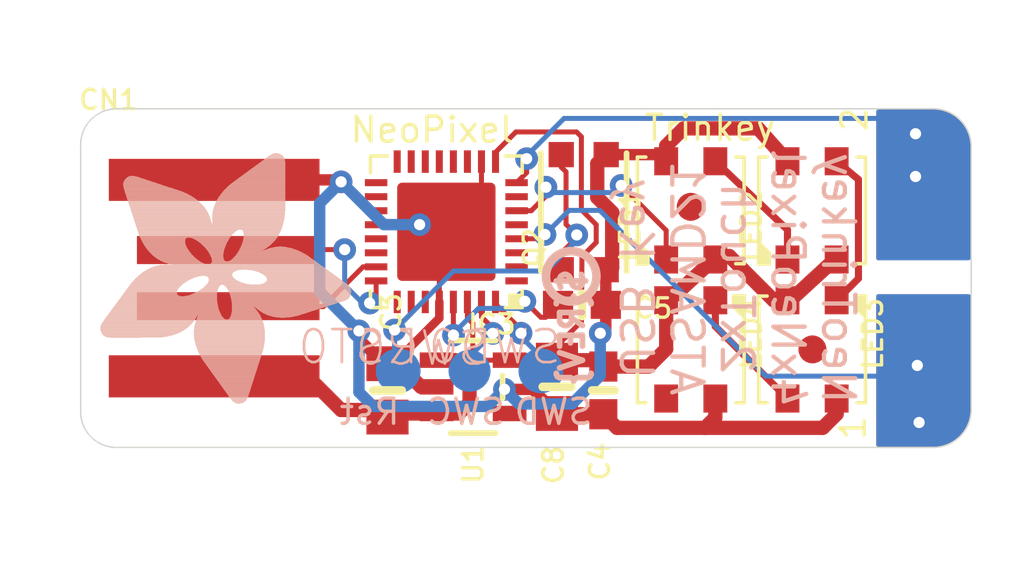
<source format=kicad_pcb>
(kicad_pcb (version 20221018) (generator pcbnew)
  (layers (0 "F.Cu" signal) (31 "B.Cu" signal) (34 "B.Paste" user) (35 "F.Paste" user) (36 "B.SilkS" user "B.Silkscreen") (37 "F.SilkS" user "F.Silkscreen") (38 "B.Mask" user) (39 "F.Mask" user) (44 "Edge.Cuts" user))
  (net 0 "")
  (net 1 "GND")
  (net 2 "D-")
  (net 3 "D+")
  (net 4 "VBUS")
  (net 5 "~{RESET}")
  (net 6 "3.3V")
  (net 7 "SWCLK")
  (net 8 "SWDIO")
  (net 9 "VDDCORE1")
  (net 10 "TOUCH1")
  (net 11 "TOUCH2")
  (net 12 "NEOPIX")
  (net 13 "N$1")
  (net 14 "N$2")
  (net 15 "N$3")
  (footprint "working:LED3535" (layer "F.Cu") (at 158.6866 107.543644 -90)
    (fp_text reference "LED3" (at -1.905 -2.159 90) (layer "F.SilkS") (effects (font (size 0.692831 0.692831) (thickness 0.119969)) (justify right)))
    (fp_text value "WS2812B3535")
    (pad "1" smd rect (at -1.75 -0.875) (size 0.85 1) (layers "F.Cu" "F.Paste" "F.Mask") (net 14 "N$2"))
    (pad "2" smd rect (at -1.75 0.875) (size 0.85 1) (layers "F.Cu" "F.Paste" "F.Mask") (net 6 "3.3V"))
    (pad "3" smd rect (at 1.75 0.875) (size 0.85 1) (layers "F.Cu" "F.Paste" "F.Mask") (net 15 "N$3"))
    (pad "4" smd rect (at 1.75 -0.875) (size 0.85 1) (layers "F.Cu" "F.Paste" "F.Mask") (net 1 "GND"))
  )
  (footprint "working:0603-NO" (layer "F.Cu") (at 150.4951 105.956144)
    (fp_text reference "C5" (at 1.778 0.127) (layer "F.SilkS") (effects (font (size 0.692831 0.692831) (thickness 0.119969)) (justify left)))
    (fp_text value "1uF")
    (pad "1" smd rect (at -0.85 0) (size 1.075 1) (layers "F.Cu" "F.Paste" "F.Mask") (net 9 "VDDCORE1"))
    (pad "2" smd rect (at 0.85 0) (size 1.075 1) (layers "F.Cu" "F.Paste" "F.Mask") (net 1 "GND"))
  )
  (footprint "working:SOT23-5" (layer "F.Cu") (at 146.6216 108.877144 -90)
    (fp_text reference "U1" (at 1.978 0 90) (layer "F.SilkS") (effects (font (size 0.692831 0.692831) (thickness 0.119969)) (justify right)))
    (fp_text value "AP2112K-3.3")
    (pad "1" smd rect (at -0.95 1.3001 270) (size 0.55 1.2) (layers "F.Cu" "F.Paste" "F.Mask") (net 4 "VBUS"))
    (pad "2" smd rect (at 0 1.3001 270) (size 0.55 1.2) (layers "F.Cu" "F.Paste" "F.Mask") (net 1 "GND"))
    (pad "3" smd rect (at 0.95 1.3001 270) (size 0.55 1.2) (layers "F.Cu" "F.Paste" "F.Mask") (net 4 "VBUS"))
    (pad "4" smd rect (at 0.95 -1.3001 270) (size 0.55 1.2) (layers "F.Cu" "F.Paste" "F.Mask"))
    (pad "5" smd rect (at -0.95 -1.3001 270) (size 0.55 1.2) (layers "F.Cu" "F.Paste" "F.Mask") (net 6 "3.3V"))
  )
  (footprint "working:0603-NO" (layer "F.Cu") (at 151.2571 109.004144 -90)
    (fp_text reference "C4" (at 1.778 0.127 90) (layer "F.SilkS") (effects (font (size 0.692831 0.692831) (thickness 0.119969)) (justify right)))
    (fp_text value "1uF")
    (pad "1" smd rect (at -0.85 0 270) (size 1.075 1) (layers "F.Cu" "F.Paste" "F.Mask") (net 6 "3.3V"))
    (pad "2" smd rect (at 0.85 0 270) (size 1.075 1) (layers "F.Cu" "F.Paste" "F.Mask") (net 1 "GND"))
  )
  (footprint "working:FIDUCIAL_1MM" (layer "F.Cu") (at 154.3686 102.463644)
    (fp_text reference "FID1" hide)
    (fp_text value "FIDUCIAL_1MM" hide)
    (pad "1" smd roundrect (at 0 0) (size 1 1) (layers "F.Cu" "F.Mask") (roundrect_rratio 0.5))
  )
  (footprint "working:LED3535" (layer "F.Cu") (at 158.6866 102.590644 90)
    (fp_text reference "LED2" (at -1.905 -2.159 90) (layer "F.SilkS") (effects (font (size 0.692831 0.692831) (thickness 0.119969)) (justify left)))
    (fp_text value "WS2812B3535")
    (pad "1" smd rect (at -1.75 -0.875 180) (size 0.85 1) (layers "F.Cu" "F.Paste" "F.Mask") (net 13 "N$1"))
    (pad "2" smd rect (at -1.75 0.875 180) (size 0.85 1) (layers "F.Cu" "F.Paste" "F.Mask") (net 6 "3.3V"))
    (pad "3" smd rect (at 1.75 0.875 180) (size 0.85 1) (layers "F.Cu" "F.Paste" "F.Mask") (net 14 "N$2"))
    (pad "4" smd rect (at 1.75 -0.875 180) (size 0.85 1) (layers "F.Cu" "F.Paste" "F.Mask") (net 1 "GND"))
  )
  (footprint "working:BTN_KMR2_4.6X2.8" (layer "F.Cu") (at 150.5586 102.654144 90)
    (fp_text reference "Q2" (at -2.032 -1.778 90) (layer "F.SilkS") (effects (font (size 0.692831 0.692831) (thickness 0.119969)) (justify left)))
    (fp_text value "reset")
    (pad "A" smd rect (at 2.05 -0.8 90) (size 0.9 0.9) (layers "F.Cu" "F.Paste" "F.Mask") (net 5 "~{RESET}"))
    (pad "A'" smd rect (at -2.05 -0.8 90) (size 0.9 0.9) (layers "F.Cu" "F.Paste" "F.Mask") (net 5 "~{RESET}"))
    (pad "B" smd rect (at 2.05 0.8 90) (size 0.9 0.9) (layers "F.Cu" "F.Paste" "F.Mask") (net 1 "GND"))
    (pad "B'" smd rect (at -2.05 0.8 90) (size 0.9 0.9) (layers "F.Cu" "F.Paste" "F.Mask") (net 1 "GND"))
  )
  (footprint "working:0805-NO" (layer "F.Cu") (at 149.6061 108.877144 -90)
    (fp_text reference "C8" (at 2.032 0.127 90) (layer "F.SilkS") (effects (font (size 0.692831 0.692831) (thickness 0.119969)) (justify right)))
    (fp_text value "10uF")
    (pad "1" smd rect (at -0.95 0 270) (size 1.24 1.5) (layers "F.Cu" "F.Paste" "F.Mask") (net 6 "3.3V"))
    (pad "2" smd rect (at 0.95 0 270) (size 1.24 1.5) (layers "F.Cu" "F.Paste" "F.Mask") (net 1 "GND"))
  )
  (footprint "working:FIDUCIAL_1MM" (layer "F.Cu") (at 158.6993 107.543644)
    (fp_text reference "FID2" hide)
    (fp_text value "FIDUCIAL_1MM" hide)
    (pad "1" smd roundrect (at 0 0) (size 1 1) (layers "F.Cu" "F.Mask") (roundrect_rratio 0.5))
  )
  (footprint "working:LED3535" (layer "F.Cu") (at 154.3686 102.590644 90)
    (fp_text reference "LED1" (at -1.905 -2.159 90) (layer "F.SilkS") (effects (font (size 0.692831 0.692831) (thickness 0.119969)) (justify left)))
    (fp_text value "WS2812B3535")
    (pad "1" smd rect (at -1.75 -0.875 180) (size 0.85 1) (layers "F.Cu" "F.Paste" "F.Mask") (net 12 "NEOPIX"))
    (pad "2" smd rect (at -1.75 0.875 180) (size 0.85 1) (layers "F.Cu" "F.Paste" "F.Mask") (net 6 "3.3V"))
    (pad "3" smd rect (at 1.75 0.875 180) (size 0.85 1) (layers "F.Cu" "F.Paste" "F.Mask") (net 13 "N$1"))
    (pad "4" smd rect (at 1.75 -0.875 180) (size 0.85 1) (layers "F.Cu" "F.Paste" "F.Mask") (net 1 "GND"))
  )
  (footprint "working:0805-NO" (layer "F.Cu") (at 143.5736 109.004144 90)
    (fp_text reference "C3" (at 2.032 0.127 90) (layer "F.SilkS") (effects (font (size 0.692831 0.692831) (thickness 0.119969)) (justify left)))
    (fp_text value "10uF")
    (pad "1" smd rect (at -0.95 0 90) (size 1.24 1.5) (layers "F.Cu" "F.Paste" "F.Mask") (net 4 "VBUS"))
    (pad "2" smd rect (at 0.95 0 90) (size 1.24 1.5) (layers "F.Cu" "F.Paste" "F.Mask") (net 1 "GND"))
  )
  (footprint "working:QFN32_5MM" (layer "F.Cu") (at 145.6691 103.352644 180)
    (fp_text reference "IC3" (at -2.54 -3.298) (layer "F.SilkS") (effects (font (size 0.692831 0.692831) (thickness 0.119969)) (justify right)))
    (fp_text value "ATSAMD21E")
    (pad "1" smd rect (at -2.5 -1.75 270) (size 0.25 0.8) (layers "F.Cu" "F.Paste"))
    (pad "2" smd rect (at -2.5 -1.25 270) (size 0.25 0.8) (layers "F.Cu" "F.Paste"))
    (pad "3" smd rect (at -2.5 -0.75 270) (size 0.25 0.8) (layers "F.Cu" "F.Paste"))
    (pad "4" smd rect (at -2.5 -0.25 270) (size 0.25 0.8) (layers "F.Cu" "F.Paste") (net 10 "TOUCH1"))
    (pad "5" smd rect (at -2.5 0.25 270) (size 0.25 0.8) (layers "F.Cu" "F.Paste"))
    (pad "6" smd rect (at -2.5 0.75 270) (size 0.25 0.8) (layers "F.Cu" "F.Paste") (net 12 "NEOPIX"))
    (pad "7" smd rect (at -2.5 1.25 270) (size 0.25 0.8) (layers "F.Cu" "F.Paste"))
    (pad "8" smd rect (at -2.5 1.75 270) (size 0.25 0.8) (layers "F.Cu" "F.Paste") (net 11 "TOUCH2"))
    (pad "9" smd rect (at -1.75 2.5) (size 0.25 0.8) (layers "F.Cu" "F.Paste") (net 6 "3.3V"))
    (pad "10" smd rect (at -1.25 2.5) (size 0.25 0.8) (layers "F.Cu" "F.Paste") (net 1 "GND"))
    (pad "11" smd rect (at -0.75 2.5) (size 0.25 0.8) (layers "F.Cu" "F.Paste"))
    (pad "12" smd rect (at -0.25 2.5) (size 0.25 0.8) (layers "F.Cu" "F.Paste"))
    (pad "13" smd rect (at 0.25 2.5) (size 0.25 0.8) (layers "F.Cu" "F.Paste"))
    (pad "14" smd rect (at 0.75 2.5) (size 0.25 0.8) (layers "F.Cu" "F.Paste"))
    (pad "15" smd rect (at 1.25 2.5) (size 0.25 0.8) (layers "F.Cu" "F.Paste"))
    (pad "16" smd rect (at 1.75 2.5) (size 0.25 0.8) (layers "F.Cu" "F.Paste"))
    (pad "17" smd rect (at 2.5 1.75 90) (size 0.25 0.8) (layers "F.Cu" "F.Paste"))
    (pad "18" smd rect (at 2.5 1.25 90) (size 0.25 0.8) (layers "F.Cu" "F.Paste"))
    (pad "19" smd rect (at 2.5 0.75 90) (size 0.25 0.8) (layers "F.Cu" "F.Paste"))
    (pad "20" smd rect (at 2.5 0.25 90) (size 0.25 0.8) (layers "F.Cu" "F.Paste"))
    (pad "21" smd rect (at 2.5 -0.25 90) (size 0.25 0.8) (layers "F.Cu" "F.Paste"))
    (pad "22" smd rect (at 2.5 -0.75 90) (size 0.25 0.8) (layers "F.Cu" "F.Paste"))
    (pad "23" smd rect (at 2.5 -1.25 90) (size 0.25 0.8) (layers "F.Cu" "F.Paste") (net 2 "D-"))
    (pad "24" smd rect (at 2.5 -1.75 90) (size 0.25 0.8) (layers "F.Cu" "F.Paste") (net 3 "D+"))
    (pad "25" smd rect (at 1.75 -2.5 180) (size 0.25 0.8) (layers "F.Cu" "F.Paste"))
    (pad "26" smd rect (at 1.25 -2.5 180) (size 0.25 0.8) (layers "F.Cu" "F.Paste") (net 5 "~{RESET}"))
    (pad "27" smd rect (at 0.75 -2.5 180) (size 0.25 0.8) (layers "F.Cu" "F.Paste"))
    (pad "28" smd rect (at 0.25 -2.5 180) (size 0.25 0.8) (layers "F.Cu" "F.Paste") (net 1 "GND"))
    (pad "29" smd rect (at -0.25 -2.5 180) (size 0.25 0.8) (layers "F.Cu" "F.Paste") (net 9 "VDDCORE1"))
    (pad "30" smd rect (at -0.75 -2.5 180) (size 0.25 0.8) (layers "F.Cu" "F.Paste") (net 6 "3.3V"))
    (pad "31" smd rect (at -1.25 -2.5 180) (size 0.25 0.8) (layers "F.Cu" "F.Paste") (net 7 "SWCLK"))
    (pad "32" smd rect (at -1.75 -2.5 180) (size 0.25 0.8) (layers "F.Cu" "F.Paste") (net 8 "SWDIO"))
    (pad "33" smd roundrect (at 0 0 180) (size 3.5 3.5) (layers "F.Cu" "F.Mask") (roundrect_rratio 0.05) (net 1 "GND"))
  )
  (footprint "working:USBA_PCB" (layer "F.Cu") (at 137.6046 105.003644)
    (fp_text reference "CN1" (at -5.08 -6.35) (layer "F.SilkS") (effects (font (size 0.692831 0.692831) (thickness 0.119969)) (justify left)))
    (fp_text value "")
    (pad "GND" smd rect (at -0.2 -3.5) (size 7.5 1.5) (layers "F.Cu" "F.Mask") (net 1 "GND"))
    (pad "USB_NEG" smd rect (at 0.3 1) (size 6.5 1) (layers "F.Cu" "F.Mask") (net 2 "D-"))
    (pad "USB_PLUS" smd rect (at 0.3 -1) (size 6.5 1) (layers "F.Cu" "F.Mask") (net 3 "D+"))
    (pad "VCC" smd rect (at -0.2 3.5) (size 7.5 1.5) (layers "F.Cu" "F.Mask") (net 4 "VBUS"))
  )
  (footprint "working:LED3535" (layer "F.Cu") (at 154.3686 107.543644 -90)
    (fp_text reference "LED4" (at -1.905 -2.159 90) (layer "F.SilkS") (effects (font (size 0.692831 0.692831) (thickness 0.119969)) (justify right)))
    (fp_text value "WS2812B3535")
    (pad "1" smd rect (at -1.75 -0.875) (size 0.85 1) (layers "F.Cu" "F.Paste" "F.Mask") (net 15 "N$3"))
    (pad "2" smd rect (at -1.75 0.875) (size 0.85 1) (layers "F.Cu" "F.Paste" "F.Mask") (net 6 "3.3V"))
    (pad "3" smd rect (at 1.75 0.875) (size 0.85 1) (layers "F.Cu" "F.Paste" "F.Mask"))
    (pad "4" smd rect (at 1.75 -0.875) (size 0.85 1) (layers "F.Cu" "F.Paste" "F.Mask") (net 1 "GND"))
  )
  (footprint "working:PCBFEAT-REV-040" (layer "B.Cu") (at 150.1141 104.940144 -90)
    (fp_text reference "U$8" hide)
    (fp_text value "" hide)
    (fp_text user "${REV}" (at -0.3556 -0.508 90) (layer "B.SilkS") (effects (font (size 0.8128 0.8128) (thickness 0.2032)) (justify left bottom mirror)))
  )
  (footprint "working:ADAFRUIT_9MM" (layer "B.Cu") (at 133.3501 100.558644)
    (fp_text reference "U$10" hide)
    (fp_text value "" hide)
  )
  (footprint "working:TP16R" (layer "B.Cu") (at 143.9546 108.305644 180)
    (fp_text reference "RST0" (at -0.8001 0.8499) (layer "B.SilkS") (effects (font (size 1.176528 1.176528) (thickness 0.093472)) (justify left mirror)))
    (fp_text value "TPTP16R")
    (pad "TP" smd roundrect (at 0 0 180) (size 1.6 1.6) (layers "B.Cu" "B.Mask") (roundrect_rratio 0.5) (net 5 "~{RESET}"))
  )
  (footprint "working:TP15R" (layer "B.Cu") (at 146.4946 108.305644 180)
    (fp_text reference "SWC0" (at -0.7501 0.8001) (layer "B.SilkS") (effects (font (size 1.176528 1.176528) (thickness 0.093472)) (justify left mirror)))
    (fp_text value "TPTP15R")
    (pad "TP" smd roundrect (at 0 0 180) (size 1.5 1.5) (layers "B.Cu" "B.Mask") (roundrect_rratio 0.5) (net 7 "SWCLK"))
  )
  (footprint "working:TP16R" (layer "B.Cu") (at 149.0346 108.305644 180)
    (fp_text reference "SWD0" (at -0.8001 0.8499) (layer "B.SilkS") (effects (font (size 1.176528 1.176528) (thickness 0.093472)) (justify left mirror)))
    (fp_text value "TPTP16R")
    (pad "TP" smd roundrect (at 0 0 180) (size 1.6 1.6) (layers "B.Cu" "B.Mask") (roundrect_rratio 0.5) (net 8 "SWDIO"))
  )
  (gr_line (start 133.9516 98.971144) (end 163.000518 98.971144) (stroke (width 0.05)) (layer "Edge.Cuts"))
  (gr_arc (start 163.000518 98.971144) (mid 163.95517 99.366574) (end 164.3506 100.321226) (stroke (width 0.05)) (layer "Edge.Cuts"))
  (gr_line (start 132.6516 109.766144) (end 132.6516 100.241144) (stroke (width 0.05)) (layer "Edge.Cuts"))
  (gr_arc (start 164.3506 109.686144) (mid 163.955194 110.640738) (end 163.0006 111.036144) (stroke (width 0.05)) (layer "Edge.Cuts"))
  (gr_line (start 164.3506 100.321226) (end 164.3506 109.686144) (stroke (width 0.05)) (layer "Edge.Cuts"))
  (gr_line (start 163.0006 111.036144) (end 133.9216 111.036144) (stroke (width 0.05)) (layer "Edge.Cuts"))
  (gr_arc (start 132.6516 100.241144) (mid 133.038574 99.336905) (end 133.9516 98.971144) (stroke (width 0.05)) (layer "Edge.Cuts"))
  (gr_arc (start 133.9216 111.036144) (mid 133.023574 110.66417) (end 132.6516 109.766144) (stroke (width 0.05)) (layer "Edge.Cuts"))
  (gr_text "SWD" (at 149.4791 109.766144) (layer "B.SilkS") (effects (font (size 0.89408 0.89408) (thickness 0.12192)) (justify mirror)))
  (gr_text "NeoTrinkey\n4xNeoPixel\n2xTouch\nATSAMD21\nUSB Key" (at 156.0196 105.003644 -90) (layer "B.SilkS") (effects (font (size 1.1176 1.1176) (thickness 0.1524)) (justify mirror)))
  (gr_text "SWC" (at 146.3676 109.766144) (layer "B.SilkS") (effects (font (size 0.89408 0.89408) (thickness 0.12192)) (justify mirror)))
  (gr_text "Rst" (at 142.9386 109.766144) (layer "B.SilkS") (effects (font (size 0.89408 0.89408) (thickness 0.12192)) (justify mirror)))
  (gr_text "2" (at 160.7186 99.860144 90) (layer "F.SilkS") (effects (font (size 0.89408 0.89408) (thickness 0.12192)) (justify left bottom)))
  (gr_text "NeoPixel" (at 142.1766 100.241144) (layer "F.SilkS") (effects (font (size 0.89408 0.89408) (thickness 0.12192)) (justify left bottom)))
  (gr_text "1" (at 160.6551 110.845644 90) (layer "F.SilkS") (effects (font (size 0.89408 0.89408) (thickness 0.12192)) (justify left bottom)))
  (gr_text "Trinkey" (at 152.6541 100.177644) (layer "F.SilkS") (effects (font (size 0.89408 0.89408) (thickness 0.12192)) (justify left bottom)))
  (segment (start 151.2571 109.854144) (end 151.7406 110.337644) (width 0.508) (layer "F.Cu") (net 1))
  (segment (start 143.794281 108.054144) (end 143.5736 108.054144) (width 0.3048) (layer "F.Cu") (net 1))
  (segment (start 151.3451 105.956144) (end 151.3451 106.771494) (width 0.4064) (layer "F.Cu") (net 1))
  (segment (start 145.4191 103.602644) (end 145.6691 103.352644) (width 0.1778) (layer "F.Cu") (net 1))
  (segment (start 153.4936 100.840644) (end 153.2571 100.604144) (width 0.4064) (layer "F.Cu") (net 1))
  (segment (start 151.5713 102.662588) (end 151.5713 104.636198) (width 0.508) (layer "F.Cu") (net 1))
  (segment (start 149.6061 109.827144) (end 149.6331 109.854144) (width 0.508) (layer "F.Cu") (net 1))
  (segment (start 144.767181 108.877144) (end 143.944181 108.054144) (width 0.508) (layer "F.Cu") (net 1))
  (segment (start 156.7676 99.669644) (end 157.8116 100.840644) (width 0.508) (layer "F.Cu") (net 1))
  (segment (start 143.436181 108.054144) (end 142.5576 107.175562) (width 0.4064) (layer "F.Cu") (net 1))
  (segment (start 148.745878 108.966922) (end 147.738321 108.966922) (width 0.4064) (layer "F.Cu") (net 1))
  (segment (start 137.4046 101.503644) (end 141.8516 101.503644) (width 0.4064) (layer "F.Cu") (net 1))
  (segment (start 145.4191 106.429325) (end 143.794281 108.054144) (width 0.3048) (layer "F.Cu") (net 1))
  (segment (start 145.4191 105.852644) (end 145.4191 103.602644) (width 0.1778) (layer "F.Cu") (net 1))
  (segment (start 151.7406 110.337644) (end 154.8766 110.337644) (width 0.508) (layer "F.Cu") (net 1))
  (segment (start 149.6061 109.827144) (end 148.745878 108.966922) (width 0.4064) (layer "F.Cu") (net 1))
  (segment (start 154.8766 110.337644) (end 155.2436 109.970644) (width 0.508) (layer "F.Cu") (net 1))
  (segment (start 151.3451 105.956144) (end 151.3451 104.717644) (width 0.4064) (layer "F.Cu") (net 1))
  (segment (start 159.5616 109.293644) (end 159.5616 109.843644) (width 0.508) (layer "F.Cu") (net 1))
  (segment (start 141.8516 101.503644) (end 141.9226 101.574644) (width 0.1778) (layer "F.Cu") (net 1))
  (segment (start 151.503353 104.704144) (end 151.5713 104.636198) (width 0.508) (layer "F.Cu") (net 1))
  (segment (start 151.0411 100.921644) (end 151.0411 102.132388) (width 0.508) (layer "F.Cu") (net 1))
  (segment (start 146.9191 102.102644) (end 145.6691 103.352644) (width 0.1778) (layer "F.Cu") (net 1))
  (segment (start 151.3586 100.604144) (end 151.0411 100.921644) (width 0.508) (layer "F.Cu") (net 1))
  (segment (start 142.5576 106.883244) (end 142.5576 107.175562) (width 0.4064) (layer "F.Cu") (net 1))
  (segment (start 155.2436 109.970644) (end 155.2436 109.293644) (width 0.508) (layer "F.Cu") (net 1))
  (segment (start 151.3451 106.771494) (end 151.14765 106.968944) (width 0.4064) (layer "F.Cu") (net 1))
  (segment (start 153.4936 100.290644) (end 154.1146 99.669644) (width 0.508) (layer "F.Cu") (net 1))
  (segment (start 159.5616 109.843644) (end 159.0676 110.337644) (width 0.508) (layer "F.Cu") (net 1))
  (segment (start 146.9191 100.852644) (end 146.9191 102.102644) (width 0.1778) (layer "F.Cu") (net 1))
  (segment (start 151.3586 100.604144) (end 153.2571 100.604144) (width 0.4064) (layer "F.Cu") (net 1))
  (segment (start 145.4191 105.852644) (end 145.4191 106.429325) (width 0.3048) (layer "F.Cu") (net 1))
  (segment (start 145.6691 103.352644) (end 144.9706 103.352644) (width 0.1778) (layer "F.Cu") (net 1))
  (segment (start 151.3451 104.717644) (end 151.3586 104.704144) (width 0.4064) (layer "F.Cu") (net 1))
  (segment (start 143.944181 108.054144) (end 143.5736 108.054144) (width 0.508) (layer "F.Cu") (net 1))
  (segment (start 143.5736 108.054144) (end 143.436181 108.054144) (width 0.4064) (layer "F.Cu") (net 1))
  (segment (start 151.3586 104.704144) (end 151.503353 104.704144) (width 0.508) (layer "F.Cu") (net 1))
  (segment (start 159.0676 110.337644) (end 154.8766 110.337644) (width 0.508) (layer "F.Cu") (net 1))
  (segment (start 153.4936 100.840644) (end 153.4936 100.290644) (width 0.508) (layer "F.Cu") (net 1))
  (segment (start 151.2571 109.854144) (end 149.6331 109.854144) (width 0.508) (layer "F.Cu") (net 1))
  (segment (start 145.3215 108.877144) (end 144.767181 108.877144) (width 0.508) (layer "F.Cu") (net 1))
  (segment (start 144.9706 103.352644) (end 144.7166 103.098644) (width 0.1778) (layer "F.Cu") (net 1))
  (segment (start 154.1146 99.669644) (end 156.7676 99.669644) (width 0.508) (layer "F.Cu") (net 1))
  (segment (start 151.5713 102.662588) (end 151.0411 102.132388) (width 0.508) (layer "F.Cu") (net 1))
  (via (at 141.9226 101.574644) (size 0.8064) (drill 0.4) (layers "F.Cu" "B.Cu") (net 1))
  (via (at 144.7166 103.098644) (size 0.8064) (drill 0.4) (layers "F.Cu" "B.Cu") (net 1))
  (via (at 151.14765 106.968944) (size 0.8064) (drill 0.4) (layers "F.Cu" "B.Cu") (net 1))
  (via (at 147.738321 108.966922) (size 0.8064) (drill 0.4) (layers "F.Cu" "B.Cu") (net 1))
  (via (at 142.5576 106.883244) (size 0.8064) (drill 0.4) (layers "F.Cu" "B.Cu") (net 1))
  (segment (start 143.0656 109.575644) (end 142.5576 109.067644) (width 0.4064) (layer "B.Cu") (net 1))
  (segment (start 150.1396 109.486644) (end 148.258043 109.486644) (width 0.4064) (layer "B.Cu") (net 1))
  (segment (start 147.738321 108.966922) (end 147.1296 109.575644) (width 0.4064) (layer "B.Cu") (net 1))
  (segment (start 142.6846 106.756244) (end 142.5576 106.883244) (width 0.4064) (layer "B.Cu") (net 1))
  (segment (start 141.1606 102.336644) (end 141.1606 105.486244) (width 0.4064) (layer "B.Cu") (net 1))
  (segment (start 148.258043 109.486644) (end 147.738321 108.966922) (width 0.4064) (layer "B.Cu") (net 1))
  (segment (start 147.1296 109.575644) (end 143.0656 109.575644) (width 0.4064) (layer "B.Cu") (net 1))
  (segment (start 151.14765 108.478594) (end 150.1396 109.486644) (width 0.4064) (layer "B.Cu") (net 1))
  (segment (start 151.14765 106.968944) (end 151.14765 108.478594) (width 0.4064) (layer "B.Cu") (net 1))
  (segment (start 142.5576 109.067644) (end 142.5576 106.883244) (width 0.4064) (layer "B.Cu") (net 1))
  (segment (start 141.9226 101.574644) (end 141.1606 102.336644) (width 0.4064) (layer "B.Cu") (net 1))
  (segment (start 142.4306 106.756244) (end 141.1606 105.486244) (width 0.4064) (layer "B.Cu") (net 1))
  (segment (start 144.7166 103.098644) (end 143.4466 103.098644) (width 0.4064) (layer "B.Cu") (net 1))
  (segment (start 142.6846 106.756244) (end 142.4306 106.756244) (width 0.4064) (layer "B.Cu") (net 1))
  (segment (start 143.4466 103.098644) (end 141.9226 101.574644) (width 0.4064) (layer "B.Cu") (net 1))
  (segment (start 143.1691 104.602644) (end 142.7046 104.602644) (width 0.1778) (layer "F.Cu") (net 2))
  (segment (start 141.2876 106.019644) (end 137.9206 106.019644) (width 0.1778) (layer "F.Cu") (net 2))
  (segment (start 137.9206 106.019644) (end 137.9046 106.003644) (width 0.1778) (layer "F.Cu") (net 2))
  (segment (start 142.7046 104.602644) (end 141.2876 106.019644) (width 0.1778) (layer "F.Cu") (net 2))
  (segment (start 137.9206 103.987644) (end 137.9046 104.003644) (width 0.1778) (layer "F.Cu") (net 3))
  (segment (start 142.0496 103.987644) (end 137.9206 103.987644) (width 0.1778) (layer "F.Cu") (net 3))
  (segment (start 143.1691 105.662144) (end 142.9386 105.892644) (width 0.1778) (layer "F.Cu") (net 3))
  (segment (start 143.1691 105.102644) (end 143.1691 105.662144) (width 0.1778) (layer "F.Cu") (net 3))
  (via (at 142.9386 105.892644) (size 0.8064) (drill 0.4) (layers "F.Cu" "B.Cu") (net 3))
  (via (at 142.0496 103.987644) (size 0.8064) (drill 0.4) (layers "F.Cu" "B.Cu") (net 3))
  (segment (start 142.0496 105.257644) (end 142.0496 103.987644) (width 0.1778) (layer "B.Cu") (net 3))
  (segment (start 142.9386 105.892644) (end 142.6846 105.892644) (width 0.1778) (layer "B.Cu") (net 3))
  (segment (start 142.6846 105.892644) (end 142.0496 105.257644) (width 0.1778) (layer "B.Cu") (net 3))
  (segment (start 146.4946 109.448644) (end 146.1161 109.827144) (width 0.508) (layer "F.Cu") (net 4))
  (segment (start 141.9226 109.702644) (end 143.5761 109.702644) (width 0.508) (layer "F.Cu") (net 4))
  (segment (start 143.5761 109.702644) (end 143.5736 109.705144) (width 0.508) (layer "F.Cu") (net 4))
  (segment (start 143.5736 109.705144) (end 143.5736 109.954144) (width 0.508) (layer "F.Cu") (net 4))
  (segment (start 145.3215 109.827144) (end 143.7006 109.827144) (width 0.508) (layer "F.Cu") (net 4))
  (segment (start 145.3215 107.927144) (end 145.9866 107.927144) (width 0.508) (layer "F.Cu") (net 4))
  (segment (start 146.4946 108.435144) (end 146.4946 109.448644) (width 0.508) (layer "F.Cu") (net 4))
  (segment (start 146.4946 108.435144) (end 145.9866 107.927144) (width 0.508) (layer "F.Cu") (net 4))
  (segment (start 146.1161 109.827144) (end 145.3215 109.827144) (width 0.508) (layer "F.Cu") (net 4))
  (segment (start 143.5736 109.954144) (end 143.7006 109.827144) (width 0.508) (layer "F.Cu") (net 4))
  (segment (start 140.7236 108.503644) (end 141.9226 109.702644) (width 0.508) (layer "F.Cu") (net 4))
  (segment (start 137.4046 108.503644) (end 140.7236 108.503644) (width 0.508) (layer "F.Cu") (net 4))
  (segment (start 144.4191 105.852644) (end 144.4191 106.258444) (width 0.1778) (layer "F.Cu") (net 5))
  (segment (start 149.7586 100.604144) (end 149.7586 101.048644) (width 0.1778) (layer "F.Cu") (net 5))
  (segment (start 150.3102 103.563044) (end 149.7586 104.114644) (width 0.1778) (layer "F.Cu") (net 5))
  (segment (start 149.9292 101.219244) (end 149.9292 103.084369) (width 0.1778) (layer "F.Cu") (net 5))
  (segment (start 149.9292 101.219244) (end 149.7586 101.048644) (width 0.1778) (layer "F.Cu") (net 5))
  (segment (start 144.4191 106.258444) (end 143.8276 106.849944) (width 0.1778) (layer "F.Cu") (net 5))
  (segment (start 149.9292 103.084369) (end 150.3102 103.465369) (width 0.1778) (layer "F.Cu") (net 5))
  (segment (start 149.7586 104.114644) (end 149.7586 104.704144) (width 0.1778) (layer "F.Cu") (net 5))
  (segment (start 150.3102 103.465369) (end 150.3102 103.563044) (width 0.1778) (layer "F.Cu") (net 5))
  (via (at 150.3102 103.465369) (size 0.8064) (drill 0.4) (layers "F.Cu" "B.Cu") (net 5))
  (via (at 143.8276 106.849944) (size 0.8064) (drill 0.4) (layers "F.Cu" "B.Cu") (net 5))
  (segment (start 143.8276 106.849944) (end 145.9279 104.749644) (width 0.1778) (layer "B.Cu") (net 5))
  (segment (start 150.3102 103.655869) (end 149.216425 104.749644) (width 0.1778) (layer "B.Cu") (net 5))
  (segment (start 143.9546 108.305644) (end 143.8276 108.178644) (width 0.1778) (layer "B.Cu") (net 5))
  (segment (start 143.8276 106.849944) (end 143.8276 108.178644) (width 0.1778) (layer "B.Cu") (net 5))
  (segment (start 145.9279 104.749644) (end 149.216425 104.749644) (width 0.1778) (layer "B.Cu") (net 5))
  (segment (start 150.3102 103.465369) (end 150.3102 103.655869) (width 0.1778) (layer "B.Cu") (net 5))
  (segment (start 150.4753 99.967344) (end 150.3046 99.796644) (width 0.1778) (layer "F.Cu") (net 6))
  (segment (start 151.0031 103.733644) (end 151.0031 103.098644) (width 0.1778) (layer "F.Cu") (net 6))
  (segment (start 155.1801 104.340644) (end 153.6001 105.793644) (width 0.508) (layer "F.Cu") (net 6))
  (segment (start 150.3046 99.796644) (end 148.1456 99.796644) (width 0.1778) (layer "F.Cu") (net 6))
  (segment (start 146.6096 107.777837) (end 146.758906 107.927144) (width 0.1778) (layer "F.Cu") (net 6))
  (segment (start 152.8691 108.154144) (end 153.4936 107.529644) (width 0.508) (layer "F.Cu") (net 6))
  (segment (start 155.1801 104.340644) (end 155.2436 104.340644) (width 0.508) (layer "F.Cu") (net 6))
  (segment (start 151.0031 103.098644) (end 150.4753 102.570844) (width 0.1778) (layer "F.Cu") (net 6))
  (segment (start 150.478193 106.54705) (end 149.6061 107.419144) (width 0.1778) (layer "F.Cu") (net 6))
  (segment (start 150.495584 104.24116) (end 151.0031 103.733644) (width 0.1778) (layer "F.Cu") (net 6))
  (segment (start 147.4191 100.523144) (end 147.4191 100.852644) (width 0.1778) (layer "F.Cu") (net 6))
  (segment (start 157.3176 105.793644) (end 157.8116 105.793644) (width 0.508) (layer "F.Cu") (net 6))
  (segment (start 153.4936 107.529644) (end 153.4936 105.793644) (width 0.508) (layer "F.Cu") (net 6))
  (segment (start 146.4191 105.852644) (end 146.4191 106.424144) (width 0.1778) (layer "F.Cu") (net 6))
  (segment (start 157.8116 105.793644) (end 157.91255 105.793644) (width 0.508) (layer "F.Cu") (net 6))
  (segment (start 149.6061 107.927144) (end 147.9217 107.927144) (width 0.508) (layer "F.Cu") (net 6))
  (segment (start 149.6061 107.927144) (end 149.6061 107.419144) (width 0.1778) (layer "F.Cu") (net 6))
  (segment (start 159.49255 104.340644) (end 159.5616 104.340644) (width 0.508) (layer "F.Cu") (net 6))
  (segment (start 146.6096 106.614644) (end 146.6096 107.777837) (width 0.1778) (layer "F.Cu") (net 6))
  (segment (start 159.49255 104.340644) (end 157.91255 105.793644) (width 0.508) (layer "F.Cu") (net 6))
  (segment (start 155.2436 104.340644) (end 155.7376 104.213644) (width 0.508) (layer "F.Cu") (net 6))
  (segment (start 151.2571 108.154144) (end 151.0301 107.927144) (width 0.508) (layer "F.Cu") (net 6))
  (segment (start 151.0301 107.927144) (end 149.6061 107.927144) (width 0.508) (layer "F.Cu") (net 6))
  (segment (start 153.4936 105.793644) (end 153.6001 105.793644) (width 0.508) (layer "F.Cu") (net 6))
  (segment (start 151.2571 108.154144) (end 152.8691 108.154144) (width 0.508) (layer "F.Cu") (net 6))
  (segment (start 150.478193 106.54705) (end 150.495584 104.24116) (width 0.1778) (layer "F.Cu") (net 6))
  (segment (start 155.7376 104.213644) (end 157.3176 105.793644) (width 0.508) (layer "F.Cu") (net 6))
  (segment (start 148.1456 99.796644) (end 147.4191 100.523144) (width 0.1778) (layer "F.Cu") (net 6))
  (segment (start 150.4753 102.570844) (end 150.4753 99.967344) (width 0.1778) (layer "F.Cu") (net 6))
  (segment (start 146.758906 107.927144) (end 147.9217 107.927144) (width 0.1778) (layer "F.Cu") (net 6))
  (segment (start 146.6096 106.614644) (end 146.4191 106.424144) (width 0.1778) (layer "F.Cu") (net 6))
  (segment (start 147.3201 106.781644) (end 146.9191 106.380644) (width 0.1778) (layer "F.Cu") (net 7))
  (segment (start 146.9191 105.852644) (end 146.9191 106.380644) (width 0.1778) (layer "F.Cu") (net 7))
  (segment (start 147.3201 106.781644) (end 147.3201 106.972144) (width 0.1778) (layer "F.Cu") (net 7))
  (via (at 147.3201 106.972144) (size 0.8064) (drill 0.4) (layers "F.Cu" "B.Cu") (net 7))
  (segment (start 147.3201 106.972144) (end 146.4946 107.797644) (width 0.1778) (layer "B.Cu") (net 7))
  (segment (start 146.4946 107.797644) (end 146.4946 108.305644) (width 0.1778) (layer "B.Cu") (net 7))
  (segment (start 148.326675 106.839644) (end 147.4191 105.932069) (width 0.1778) (layer "F.Cu") (net 8))
  (segment (start 147.4191 105.852644) (end 147.4191 105.932069) (width 0.1778) (layer "F.Cu") (net 8))
  (segment (start 148.326675 106.966644) (end 148.326675 106.839644) (width 0.1778) (layer "F.Cu") (net 8))
  (via (at 148.326675 106.966644) (size 0.8064) (drill 0.4) (layers "F.Cu" "B.Cu") (net 8))
  (segment (start 149.018525 107.785494) (end 148.326671 107.09364) (width 0.1778) (layer "B.Cu") (net 8))
  (segment (start 148.326675 106.966644) (end 148.326671 107.09364) (width 0.1778) (layer "B.Cu") (net 8))
  (segment (start 149.018525 107.785494) (end 149.0346 108.305644) (width 0.1778) (layer "B.Cu") (net 8))
  (segment (start 148.4631 105.829144) (end 149.0346 106.400644) (width 0.1778) (layer "F.Cu") (net 9))
  (segment (start 145.9191 105.852644) (end 145.9191 107.031644) (width 0.1778) (layer "F.Cu") (net 9))
  (segment (start 149.6451 105.956144) (end 149.2006 106.400644) (width 0.1778) (layer "F.Cu") (net 9))
  (segment (start 145.9231 107.035644) (end 145.9191 107.031644) (width 0.1778) (layer "F.Cu") (net 9))
  (segment (start 149.2006 106.400644) (end 149.0346 106.400644) (width 0.1778) (layer "F.Cu") (net 9))
  (via (at 148.4631 105.829144) (size 0.8064) (drill 0.4) (layers "F.Cu" "B.Cu") (net 9))
  (via (at 145.9231 107.035644) (size 0.8064) (drill 0.4) (layers "F.Cu" "B.Cu") (net 9))
  (segment (start 148.2091 106.083144) (end 148.4631 105.829144) (width 0.1778) (layer "B.Cu") (net 9))
  (segment (start 148.2091 106.083144) (end 146.8121 106.083144) (width 0.1778) (layer "B.Cu") (net 9))
  (segment (start 145.9231 107.035644) (end 145.9231 106.972144) (width 0.1778) (layer "B.Cu") (net 9))
  (segment (start 146.8121 106.083144) (end 145.9231 106.972144) (width 0.1778) (layer "B.Cu") (net 9))
  (segment (start 149.178787 103.449857) (end 149.026 103.602644) (width 0.1778) (layer "F.Cu") (net 10))
  (segment (start 148.1691 103.602644) (end 149.026 103.602644) (width 0.1778) (layer "F.Cu") (net 10))
  (via (at 149.178787 103.449857) (size 0.8064) (drill 0.4) (layers "F.Cu" "B.Cu") (net 10))
  (via (at 162.4331 108.115144) (size 0.8064) (drill 0.4) (layers "F.Cu" "B.Cu") (net 10))
  (via (at 162.4966 110.147144) (size 0.8064) (drill 0.4) (layers "F.Cu" "B.Cu") (net 10))
  (segment (start 162.0521 108.496144) (end 162.4331 108.115144) (width 0.1778) (layer "B.Cu") (net 10))
  (segment (start 149.178787 103.449857) (end 150.038 102.590644) (width 0.1778) (layer "B.Cu") (net 10))
  (segment (start 151.1301 102.590644) (end 157.0356 108.496144) (width 0.1778) (layer "B.Cu") (net 10))
  (segment (start 150.038 102.590644) (end 151.1301 102.590644) (width 0.1778) (layer "B.Cu") (net 10))
  (segment (start 157.0356 108.496144) (end 162.0521 108.496144) (width 0.1778) (layer "B.Cu") (net 10))
  (segment (start 148.5266 101.245144) (end 148.5266 100.749144) (width 0.1778) (layer "F.Cu") (net 11))
  (segment (start 148.1691 101.602644) (end 148.5266 101.245144) (width 0.1778) (layer "F.Cu") (net 11))
  (via (at 148.5266 100.749144) (size 0.8064) (drill 0.4) (layers "F.Cu" "B.Cu") (net 11))
  (via (at 162.3696 101.384144) (size 0.8064) (drill 0.4) (layers "F.Cu" "B.Cu") (net 11))
  (via (at 162.3696 99.860144) (size 0.8064) (drill 0.4) (layers "F.Cu" "B.Cu") (net 11))
  (segment (start 161.8235 99.314044) (end 162.3696 99.860144) (width 0.1778) (layer "B.Cu") (net 11))
  (segment (start 149.8601 99.314044) (end 161.8235 99.314044) (width 0.1778) (layer "B.Cu") (net 11))
  (segment (start 148.5266 100.647544) (end 149.8601 99.314044) (width 0.1778) (layer "B.Cu") (net 11))
  (segment (start 148.5266 100.749144) (end 148.5266 100.647544) (width 0.1778) (layer "B.Cu") (net 11))
  (segment (start 149.2125 101.765144) (end 149.2125 102.082644) (width 0.1778) (layer "F.Cu") (net 12))
  (segment (start 149.2125 102.082644) (end 148.6925 102.602644) (width 0.1778) (layer "F.Cu") (net 12))
  (segment (start 148.6925 102.602644) (end 148.1691 102.602644) (width 0.1778) (layer "F.Cu") (net 12))
  (segment (start 151.8921 101.701644) (end 153.4936 103.303144) (width 0.1778) (layer "F.Cu") (net 12))
  (segment (start 153.4936 103.303144) (end 153.4936 104.340644) (width 0.1778) (layer "F.Cu") (net 12))
  (via (at 151.8921 101.701644) (size 0.8064) (drill 0.4) (layers "F.Cu" "B.Cu") (net 12))
  (via (at 149.2125 101.765144) (size 0.8064) (drill 0.4) (layers "F.Cu" "B.Cu") (net 12))
  (segment (start 149.2125 101.765144) (end 149.276 101.765144) (width 0.1778) (layer "B.Cu") (net 12))
  (segment (start 149.4665 101.955644) (end 149.276 101.765144) (width 0.1778) (layer "B.Cu") (net 12))
  (segment (start 151.8921 101.701644) (end 151.6381 101.955644) (width 0.1778) (layer "B.Cu") (net 12))
  (segment (start 151.6381 101.955644) (end 149.4665 101.955644) (width 0.1778) (layer "B.Cu") (net 12))
  (segment (start 155.2436 100.840644) (end 157.8116 103.281644) (width 0.254) (layer "F.Cu") (net 13))
  (segment (start 157.8116 103.281644) (end 157.8116 104.340644) (width 0.254) (layer "F.Cu") (net 13))
  (segment (start 160.3376 105.017644) (end 159.5616 105.793644) (width 0.254) (layer "F.Cu") (net 14))
  (segment (start 159.5616 100.840644) (end 160.3376 101.489644) (width 0.254) (layer "F.Cu") (net 14))
  (segment (start 160.3376 101.489644) (end 160.3376 105.017644) (width 0.254) (layer "F.Cu") (net 14))
  (segment (start 155.2436 106.725644) (end 155.2436 105.793644) (width 0.254) (layer "F.Cu") (net 15))
  (segment (start 157.8116 109.293644) (end 155.2436 106.725644) (width 0.254) (layer "F.Cu") (net 15))
  (zone (net 11) (net_name "TOUCH2") (layer "F.Cu") (priority 6) (connect_pads (clearance 0.000001)) (min_thickness 0.127) (fill yes (thermal_gap 0.304) (thermal_bridge_width 0.304))
    (polygon (pts (xy 164.4651 104.368644) (xy 160.9726 104.368644) (xy 160.9726 98.844144) (xy 164.4651 98.844144)))
  )
  (zone (net 10) (net_name "TOUCH1") (layer "F.Cu") (priority 6) (connect_pads (clearance 0.000001)) (min_thickness 0.127) (fill yes (thermal_gap 0.304) (thermal_bridge_width 0.304))
    (polygon (pts (xy 164.4651 111.163144) (xy 160.9726 111.163144) (xy 160.9726 105.575144) (xy 164.4651 105.575144)))
  )
  (zone (net 10) (net_name "TOUCH1") (layer "B.Cu") (priority 6) (connect_pads (clearance 0.000001)) (min_thickness 0.127) (fill yes (thermal_gap 0.304) (thermal_bridge_width 0.304))
    (polygon (pts (xy 164.4651 111.099644) (xy 160.9726 111.099644) (xy 160.9726 105.575144) (xy 164.4651 105.575144)))
  )
  (zone (net 11) (net_name "TOUCH2") (layer "B.Cu") (priority 6) (connect_pads (clearance 0.000001)) (min_thickness 0.127) (fill yes (thermal_gap 0.304) (thermal_bridge_width 0.304))
    (polygon (pts (xy 164.4651 104.368644) (xy 160.9726 104.368644) (xy 160.9726 98.844144) (xy 164.4651 98.844144)))
  )
)
</source>
